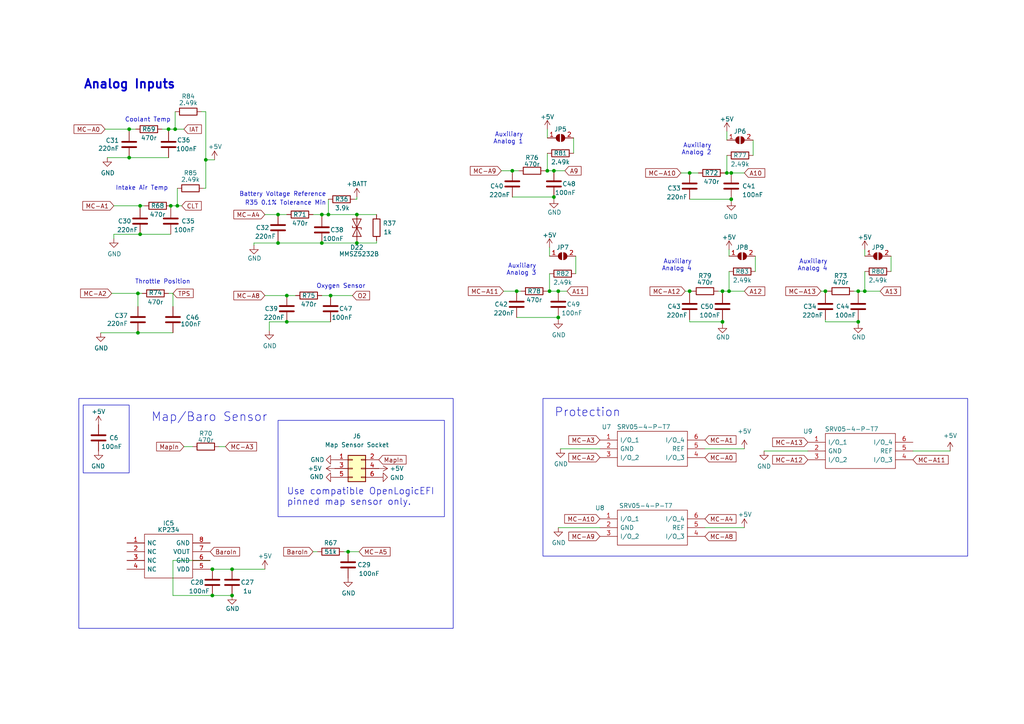
<source format=kicad_sch>
(kicad_sch (version 20250114) (generator "eeschema") (generator_version "9.0")
  (paper "A4")
  (title_block (title "Closed Deck X4") (date "2025-05-18") (rev "3") (company "OpenLogicEFI") (comment 1 "openlogicefi.com"))
  (lib_symbols
    (symbol "Connector_Generic:Conn_02x03_Odd_Even" (pin_names (offset 1.016) (hide yes))
      (property "Reference" "J" (at 1.27 5.08 0))
      (property "Value" "Conn_02x03_Odd_Even" (at 1.27 -5.08 0))
      (symbol "Conn_02x03_Odd_Even_1_1"
        (rectangle (start -1.27 3.81) (end 3.81 -3.81) (stroke (width 0.254)) (fill (type background)))
        (rectangle (start -1.27 2.667) (end 0 2.413) (stroke (width 0.1524)))
        (rectangle (start -1.27 0.127) (end 0 -0.127) (stroke (width 0.1524)))
        (rectangle (start -1.27 -2.413) (end 0 -2.667) (stroke (width 0.1524)))
        (rectangle (start 3.81 2.667) (end 2.54 2.413) (stroke (width 0.1524)))
        (rectangle (start 3.81 0.127) (end 2.54 -0.127) (stroke (width 0.1524)))
        (rectangle (start 3.81 -2.413) (end 2.54 -2.667) (stroke (width 0.1524)))
        (pin passive line (at -5.08 2.54 0) (length 3.81) (name "Pin_1") (number "1"))
        (pin passive line (at -5.08 0 0) (length 3.81) (name "Pin_3") (number "3"))
        (pin passive line (at -5.08 -2.54 0) (length 3.81) (name "Pin_5") (number "5"))
        (pin passive line (at 7.62 2.54 180) (length 3.81) (name "Pin_2") (number "2"))
        (pin passive line (at 7.62 0 180) (length 3.81) (name "Pin_4") (number "4"))
        (pin passive line (at 7.62 -2.54 180) (length 3.81) (name "Pin_6") (number "6"))
      )
    )
    (symbol "Detonation:KP234" (pin_names (offset 0.762))
      (property "Reference" "IC4" (at 12.065 -13.97 0))
      (property "Value" "KP234" (at 12.065 -11.43 0))
      (symbol "KP234_0_0"
        (pin passive line (at 0 0 0) (length 5.08) (name "NC") (number "1"))
        (pin passive line (at 0 -2.54 0) (length 5.08) (name "NC") (number "2"))
        (pin passive line (at 0 -5.08 0) (length 5.08) (name "NC") (number "3"))
        (pin passive line (at 0 -7.62 0) (length 5.08) (name "NC") (number "4"))
        (pin passive line (at 24.13 0 180) (length 5.08) (name "GND") (number "8"))
        (pin passive line (at 24.13 -2.54 180) (length 5.08) (name "VOUT") (number "7"))
        (pin passive line (at 24.13 -5.08 180) (length 5.08) (name "GND") (number "6"))
        (pin passive line (at 24.13 -7.62 180) (length 5.08) (name "VDD") (number "5"))
      )
      (symbol "KP234_0_1"
        (polyline (pts (xy 5.08 2.54) (xy 19.05 2.54) (xy 19.05 -10.16) (xy 5.08 -10.16) (xy 5.08 2.54)) (stroke (width 0.1524)))
      )
    )
    (symbol "Device:C" (pin_numbers (hide yes)) (pin_names (offset 0.254))
      (property "Reference" "C" (at 0.635 2.54 0))
      (property "Value" "C" (at 0.635 -2.54 0))
      (symbol "C_0_1"
        (polyline (pts (xy -2.032 0.762) (xy 2.032 0.762)) (stroke (width 0.508)))
        (polyline (pts (xy -2.032 -0.762) (xy 2.032 -0.762)) (stroke (width 0.508)))
      )
      (symbol "C_1_1"
        (pin passive line (at 0 3.81 270) (length 2.794) (name "~") (number "1"))
        (pin passive line (at 0 -3.81 90) (length 2.794) (name "~") (number "2"))
      )
    )
    (symbol "Device:R" (pin_numbers (hide yes)) (pin_names (offset 0))
      (property "Reference" "R" (at 2.032 0 90))
      (property "Value" "R" (at 0 0 90))
      (symbol "R_0_1"
        (rectangle (start -1.016 -2.54) (end 1.016 2.54) (stroke (width 0.254)))
      )
      (symbol "R_1_1"
        (pin passive line (at 0 3.81 270) (length 1.27) (name "~") (number "1"))
        (pin passive line (at 0 -3.81 90) (length 1.27) (name "~") (number "2"))
      )
    )
    (symbol "Diode:SMAJ6.5CA" (pin_numbers (hide yes)) (pin_names (offset 1.016) (hide yes))
      (property "Reference" "D" (at 0 2.54 0))
      (property "Value" "SMAJ6.5CA" (at 0 -2.54 0))
      (symbol "SMAJ6.5CA_0_1"
        (polyline (pts (xy -2.54 -1.27) (xy 0 0) (xy -2.54 1.27) (xy -2.54 -1.27)) (stroke (width 0.2032)))
        (polyline (pts (xy 0.508 1.27) (xy 0 1.27) (xy 0 -1.27) (xy -0.508 -1.27)) (stroke (width 0.2032)))
        (polyline (pts (xy 1.27 0) (xy -1.27 0)))
        (polyline (pts (xy 2.54 1.27) (xy 2.54 -1.27) (xy 0 0) (xy 2.54 1.27)) (stroke (width 0.2032)))
      )
      (symbol "SMAJ6.5CA_1_1"
        (pin passive line (at -3.81 0 0) (length 2.54) (name "A1") (number "1"))
        (pin passive line (at 3.81 0 180) (length 2.54) (name "A2") (number "2"))
      )
    )
    (symbol "Jumper:SolderJumper_2_Open" (pin_names (offset 0) (hide yes))
      (property "Reference" "JP" (at 0 2.032 0))
      (property "Value" "SolderJumper_2_Open" (at 0 -2.54 0))
      (symbol "SolderJumper_2_Open_0_1"
        (polyline (pts (xy -0.254 1.016) (xy -0.254 -1.016)))
        (arc (start -0.254 -1.016) (mid -1.2656 0) (end -0.254 1.016))
        (arc (start -0.254 -1.016) (mid -1.2656 0) (end -0.254 1.016) (fill (type outline)))
        (arc (start 0.254 1.016) (mid 1.2656 0) (end 0.254 -1.016))
        (arc (start 0.254 1.016) (mid 1.2656 0) (end 0.254 -1.016) (fill (type outline)))
        (polyline (pts (xy 0.254 1.016) (xy 0.254 -1.016)))
      )
      (symbol "SolderJumper_2_Open_1_1"
        (pin passive line (at -3.81 0 0) (length 2.54) (name "A") (number "1"))
        (pin passive line (at 3.81 0 180) (length 2.54) (name "B") (number "2"))
      )
    )
    (symbol "Pre_Ignition-rescue:SRV05-4-P-T7-SRV05-4-P-T7-Pre_Ignition-rescue-Pre_Ignition-rescue-Pre_Ignition-rescue" (pin_names (offset 0.762))
      (property "Reference" "IC" (at 26.67 7.62 0))
      (property "Value" "SRV05-4-P-T7-SRV05-4-P-T7-Pre_Ignition-rescue-Pre_Ignition-rescue-Pre_Ignition-rescue" (at 26.67 5.08 0))
      (symbol "SRV05-4-P-T7-SRV05-4-P-T7-Pre_Ignition-rescue-Pre_Ignition-rescue-Pre_Ignition-rescue_0_0"
        (pin passive line (at 0 0 0) (length 5.08) (name "I/O_1") (number "1"))
        (pin passive line (at 0 -2.54 0) (length 5.08) (name "GND") (number "2"))
        (pin passive line (at 0 -5.08 0) (length 5.08) (name "I/O_2") (number "3"))
        (pin passive line (at 30.48 0 180) (length 5.08) (name "I/O_4") (number "6"))
        (pin passive line (at 30.48 -2.54 180) (length 5.08) (name "REF") (number "5"))
        (pin passive line (at 30.48 -5.08 180) (length 5.08) (name "I/O_3") (number "4"))
      )
      (symbol "SRV05-4-P-T7-SRV05-4-P-T7-Pre_Ignition-rescue-Pre_Ignition-rescue-Pre_Ignition-rescue_0_1"
        (polyline (pts (xy 5.08 2.54) (xy 25.4 2.54) (xy 25.4 -7.62) (xy 5.08 -7.62) (xy 5.08 2.54)) (stroke (width 0.1524)))
      )
    )
    (symbol "power:+5V" (power) (pin_names (offset 0))
      (property "Value" "+5V" (at 0 3.556 0))
      (symbol "+5V_0_1"
        (polyline (pts (xy -0.762 1.27) (xy 0 2.54)))
        (polyline (pts (xy 0 2.54) (xy 0.762 1.27)))
        (polyline (pts (xy 0 0) (xy 0 2.54)))
      )
      (symbol "+5V_1_1"
        (pin power_in line (at 0 0 90) (length 0) (hide yes) (name "+5V") (number "1"))
      )
    )
    (symbol "power:+BATT" (power) (pin_names (offset 0))
      (property "Value" "+BATT" (at 0 3.556 0))
      (symbol "+BATT_0_1"
        (polyline (pts (xy -0.762 1.27) (xy 0 2.54)))
        (polyline (pts (xy 0 2.54) (xy 0.762 1.27)))
        (polyline (pts (xy 0 0) (xy 0 2.54)))
      )
      (symbol "+BATT_1_1"
        (pin power_in line (at 0 0 90) (length 0) (hide yes) (name "+BATT") (number "1"))
      )
    )
    (symbol "power:GND" (power) (pin_names (offset 0))
      (property "Value" "GND" (at 0 -3.81 0))
      (symbol "GND_0_1"
        (polyline (pts (xy 0 0) (xy 0 -1.27) (xy 1.27 -1.27) (xy 0 -2.54) (xy -1.27 -1.27) (xy 0 -1.27)))
      )
      (symbol "GND_1_1"
        (pin power_in line (at 0 0 270) (length 0) (hide yes) (name "GND") (number "1"))
      )
    )
  )
  (rectangle (start 22.86 115.57) (end 131.445 182.245))
  (rectangle (start 80.645 121.92) (end 128.905 149.86))
  (rectangle (start 157.48 115.57) (end 280.67 161.29))
  (rectangle (start 24.13 117.475) (end 37.465 137.16))
  (text "Analog Inputs" (at 24.13 26.035 0) (effects (font (size 2.54 2.54) (thickness 0.508) (bold yes)) (justify left bottom)))
  (text "Throttle Position" (at 55.245 82.55 0) (effects (font (size 1.27 1.27)) (justify right bottom)))
  (text "Auxiliary\nAnalog 2" (at 206.375 45.085 0) (effects (font (size 1.27 1.27)) (justify right bottom)))
  (text "Auxiliary\nAnalog 4" (at 200.66 78.74 0) (effects (font (size 1.27 1.27)) (justify right bottom)))
  (text "Auxiliary\nAnalog 1" (at 151.765 41.91 0) (effects (font (size 1.27 1.27)) (justify right bottom)))
  (text "R35 0.1% Tolerance Min" (at 94.615 59.69 0) (effects (font (size 1.27 1.27)) (justify right bottom)))
  (text "Oxygen Sensor" (at 106.045 83.82 0) (effects (font (size 1.27 1.27)) (justify right bottom)))
  (text "Map/Baro Sensor" (at 43.815 122.555 0) (effects (font (size 2.54 2.54)) (justify left bottom)))
  (text "Use compatible OpenLogicEFI \npinned map sensor only." (at 83.185 146.812 0) (effects (font (size 1.905 1.905)) (justify left bottom)))
  (text "Coolant Temp" (at 49.53 35.56 0) (effects (font (size 1.27 1.27)) (justify right bottom)))
  (text "Intake Air Temp" (at 48.768 55.372 0) (effects (font (size 1.27 1.27)) (justify right bottom)))
  (text "Battery Voltage Reference" (at 94.615 57.15 0) (effects (font (size 1.27 1.27)) (justify right bottom)))
  (text "Auxiliary\nAnalog 4" (at 240.03 78.74 0) (effects (font (size 1.27 1.27)) (justify right bottom)))
  (text "Protection" (at 160.782 121.158 0) (effects (font (size 2.4892 2.4892)) (justify left bottom)))
  (text "Auxiliary\nAnalog 3" (at 155.575 80.01 0) (effects (font (size 1.27 1.27)) (justify right bottom)))
  (junction (at 67.31 165.1))
  (junction (at 40.64 59.69))
  (junction (at 48.895 37.465))
  (junction (at 103.505 70.485))
  (junction (at 49.53 59.69))
  (junction (at 210.82 50.165))
  (junction (at 93.345 62.23))
  (junction (at 40.005 85.09))
  (junction (at 149.86 84.455))
  (junction (at 95.25 62.23))
  (junction (at 40.64 67.945))
  (junction (at 37.465 45.72))
  (junction (at 209.55 84.455))
  (junction (at 160.655 49.53))
  (junction (at 211.455 84.455))
  (junction (at 161.925 84.455))
  (junction (at 67.31 172.72))
  (junction (at 80.645 62.23))
  (junction (at 80.645 70.485))
  (junction (at 40.005 96.52))
  (junction (at 161.925 92.075))
  (junction (at 160.655 57.15))
  (junction (at 37.465 37.465))
  (junction (at 103.505 62.23))
  (junction (at 83.185 85.725))
  (junction (at 200.025 50.165))
  (junction (at 248.92 93.345))
  (junction (at 212.09 50.165))
  (junction (at 95.885 85.725))
  (junction (at 209.55 93.345))
  (junction (at 212.09 57.785))
  (junction (at 158.75 49.53))
  (junction (at 61.595 172.72))
  (junction (at 93.345 70.485))
  (junction (at 148.59 49.53))
  (junction (at 239.395 84.455))
  (junction (at 50.8 37.465))
  (junction (at 61.595 165.1))
  (junction (at 83.185 93.345))
  (junction (at 248.92 84.455))
  (junction (at 159.385 84.455))
  (junction (at 250.825 84.455))
  (junction (at 59.69 46.355))
  (junction (at 51.435 59.69))
  (junction (at 100.965 160.02))
  (junction (at 200.025 84.455))
  (wire (pts (xy 59.69 54.61) (xy 59.055 54.61)))
  (wire (pts (xy 59.69 46.355) (xy 59.69 54.61)))
  (wire (pts (xy 49.53 59.69) (xy 49.53 60.325)))
  (wire (pts (xy 209.55 85.09) (xy 209.55 84.455)))
  (wire (pts (xy 41.91 59.69) (xy 40.64 59.69)))
  (wire (pts (xy 37.465 37.465) (xy 30.48 37.465)))
  (wire (pts (xy 40.005 96.52) (xy 29.21 96.52)))
  (wire (pts (xy 50.165 96.52) (xy 40.005 96.52)))
  (wire (pts (xy 33.02 67.945) (xy 40.64 67.945)))
  (wire (pts (xy 166.37 40.005) (xy 166.37 44.45)))
  (wire (pts (xy 40.005 85.09) (xy 40.005 88.9)))
  (wire (pts (xy 65.405 129.54) (xy 63.5 129.54)))
  (wire (pts (xy 158.75 49.53) (xy 158.115 49.53)))
  (wire (pts (xy 53.34 129.54) (xy 55.88 129.54)))
  (wire (pts (xy 211.455 72.39) (xy 211.455 74.295)))
  (wire (pts (xy 212.09 50.165) (xy 210.82 50.165)))
  (wire (pts (xy 149.86 92.075) (xy 161.925 92.075)))
  (wire (pts (xy 40.005 85.09) (xy 32.385 85.09)))
  (wire (pts (xy 248.92 84.455) (xy 247.65 84.455)))
  (wire (pts (xy 250.825 78.74) (xy 250.825 84.455)))
  (wire (pts (xy 210.82 50.165) (xy 210.185 50.165)))
  (wire (pts (xy 163.83 49.53) (xy 160.655 49.53)))
  (wire (pts (xy 93.345 62.865) (xy 93.345 62.23)))
  (wire (pts (xy 31.115 45.72) (xy 37.465 45.72)))
  (wire (pts (xy 37.465 37.465) (xy 37.465 38.1)))
  (wire (pts (xy 103.505 57.785) (xy 102.87 57.785)))
  (wire (pts (xy 211.455 78.74) (xy 211.455 84.455)))
  (wire (pts (xy 93.345 62.23) (xy 90.805 62.23)))
  (wire (pts (xy 161.925 92.075) (xy 161.925 92.71)))
  (wire (pts (xy 103.505 69.85) (xy 103.505 70.485)))
  (wire (pts (xy 200.025 93.345) (xy 200.025 92.71)))
  (wire (pts (xy 221.615 130.81) (xy 234.315 130.81)))
  (wire (pts (xy 61.595 172.72) (xy 67.31 172.72)))
  (wire (pts (xy 159.385 79.375) (xy 159.385 84.455)))
  (wire (pts (xy 50.8 32.385) (xy 50.8 37.465)))
  (wire (pts (xy 158.75 44.45) (xy 158.75 49.53)))
  (wire (pts (xy 200.025 50.165) (xy 202.565 50.165)))
  (wire (pts (xy 51.435 54.61) (xy 51.435 59.69)))
  (wire (pts (xy 209.55 92.71) (xy 209.55 93.345)))
  (wire (pts (xy 239.395 84.455) (xy 238.125 84.455)))
  (wire (pts (xy 52.705 59.69) (xy 51.435 59.69)))
  (wire (pts (xy 40.64 59.69) (xy 33.02 59.69)))
  (wire (pts (xy 248.92 93.345) (xy 239.395 93.345)))
  (wire (pts (xy 50.165 172.72) (xy 61.595 172.72)))
  (wire (pts (xy 158.75 37.465) (xy 158.75 40.005)))
  (wire (pts (xy 148.59 57.15) (xy 160.655 57.15)))
  (wire (pts (xy 200.66 84.455) (xy 200.025 84.455)))
  (wire (pts (xy 146.05 84.455) (xy 149.86 84.455)))
  (wire (pts (xy 61.595 165.1) (xy 67.31 165.1)))
  (wire (pts (xy 100.965 160.02) (xy 104.14 160.02)))
  (wire (pts (xy 145.415 49.53) (xy 148.59 49.53)))
  (wire (pts (xy 250.825 72.39) (xy 250.825 74.295)))
  (wire (pts (xy 83.185 62.23) (xy 80.645 62.23)))
  (wire (pts (xy 85.725 85.725) (xy 83.185 85.725)))
  (wire (pts (xy 103.505 57.785) (xy 103.505 57.15)))
  (wire (pts (xy 160.655 57.15) (xy 160.655 57.785)))
  (wire (pts (xy 159.385 84.455) (xy 158.75 84.455)))
  (wire (pts (xy 212.09 57.785) (xy 212.09 58.42)))
  (wire (pts (xy 209.55 84.455) (xy 208.28 84.455)))
  (wire (pts (xy 90.805 160.02) (xy 92.075 160.02)))
  (wire (pts (xy 162.56 130.175) (xy 173.99 130.175)))
  (wire (pts (xy 73.66 70.485) (xy 73.66 71.12)))
  (wire (pts (xy 50.165 85.09) (xy 48.895 85.09)))
  (wire (pts (xy 250.825 84.455) (xy 255.27 84.455)))
  (wire (pts (xy 93.345 70.485) (xy 103.505 70.485)))
  (wire (pts (xy 239.395 93.345) (xy 239.395 92.71)))
  (wire (pts (xy 59.69 32.385) (xy 59.69 46.355)))
  (wire (pts (xy 60.96 162.56) (xy 50.165 162.56)))
  (wire (pts (xy 248.92 93.345) (xy 248.92 93.98)))
  (wire (pts (xy 200.025 84.455) (xy 198.755 84.455)))
  (wire (pts (xy 48.895 37.465) (xy 46.99 37.465)))
  (wire (pts (xy 164.465 84.455) (xy 161.925 84.455)))
  (wire (pts (xy 173.99 153.035) (xy 161.925 153.035)))
  (wire (pts (xy 80.645 62.23) (xy 76.835 62.23)))
  (wire (pts (xy 73.66 70.485) (xy 80.645 70.485)))
  (wire (pts (xy 210.82 45.085) (xy 210.82 50.165)))
  (wire (pts (xy 40.64 59.69) (xy 40.64 60.325)))
  (wire (pts (xy 200.025 57.785) (xy 212.09 57.785)))
  (wire (pts (xy 99.695 160.02) (xy 100.965 160.02)))
  (wire (pts (xy 102.235 85.725) (xy 95.885 85.725)))
  (wire (pts (xy 62.23 46.355) (xy 59.69 46.355)))
  (wire (pts (xy 211.455 84.455) (xy 215.9 84.455)))
  (wire (pts (xy 197.485 50.165) (xy 200.025 50.165)))
  (wire (pts (xy 103.505 70.485) (xy 109.22 70.485)))
  (wire (pts (xy 51.435 59.69) (xy 49.53 59.69)))
  (wire (pts (xy 215.9 130.175) (xy 204.47 130.175)))
  (wire (pts (xy 248.92 84.455) (xy 250.825 84.455)))
  (wire (pts (xy 204.47 153.035) (xy 215.9 153.035)))
  (wire (pts (xy 149.86 84.455) (xy 151.13 84.455)))
  (wire (pts (xy 161.925 84.455) (xy 159.385 84.455)))
  (wire (pts (xy 240.03 84.455) (xy 239.395 84.455)))
  (wire (pts (xy 239.395 85.09) (xy 239.395 84.455)))
  (wire (pts (xy 109.22 69.85) (xy 109.22 70.485)))
  (wire (pts (xy 49.53 67.945) (xy 40.64 67.945)))
  (wire (pts (xy 275.59 130.81) (xy 264.795 130.81)))
  (wire (pts (xy 200.025 85.09) (xy 200.025 84.455)))
  (wire (pts (xy 167.005 74.295) (xy 167.005 79.375)))
  (wire (pts (xy 209.55 93.345) (xy 209.55 93.98)))
  (wire (pts (xy 95.885 93.345) (xy 83.185 93.345)))
  (wire (pts (xy 83.185 93.345) (xy 78.105 93.345)))
  (wire (pts (xy 209.55 84.455) (xy 211.455 84.455)))
  (wire (pts (xy 60.96 165.1) (xy 61.595 165.1)))
  (wire (pts (xy 215.9 50.165) (xy 212.09 50.165)))
  (wire (pts (xy 210.82 38.1) (xy 210.82 40.64)))
  (wire (pts (xy 248.92 85.09) (xy 248.92 84.455)))
  (wire (pts (xy 41.275 85.09) (xy 40.005 85.09)))
  (wire (pts (xy 83.185 85.725) (xy 76.835 85.725)))
  (wire (pts (xy 159.385 71.755) (xy 159.385 74.295)))
  (wire (pts (xy 258.445 74.295) (xy 258.445 78.74)))
  (wire (pts (xy 93.345 62.23) (xy 95.25 62.23)))
  (wire (pts (xy 50.165 162.56) (xy 50.165 172.72)))
  (wire (pts (xy 39.37 37.465) (xy 37.465 37.465)))
  (wire (pts (xy 59.69 32.385) (xy 58.42 32.385)))
  (wire (pts (xy 95.885 85.725) (xy 93.345 85.725)))
  (wire (pts (xy 93.345 70.485) (xy 80.645 70.485)))
  (wire (pts (xy 218.44 40.64) (xy 218.44 45.085)))
  (wire (pts (xy 48.895 45.72) (xy 37.465 45.72)))
  (wire (pts (xy 67.31 165.1) (xy 76.835 165.1)))
  (wire (pts (xy 80.645 69.85) (xy 80.645 70.485)))
  (wire (pts (xy 103.505 62.23) (xy 109.22 62.23)))
  (wire (pts (xy 53.34 37.465) (xy 50.8 37.465)))
  (wire (pts (xy 50.8 37.465) (xy 48.895 37.465)))
  (wire (pts (xy 248.92 92.71) (xy 248.92 93.345)))
  (wire (pts (xy 48.895 37.465) (xy 48.895 38.1)))
  (wire (pts (xy 95.25 57.785) (xy 95.25 62.23)))
  (wire (pts (xy 209.55 93.345) (xy 200.025 93.345)))
  (wire (pts (xy 33.02 67.945) (xy 33.02 69.215)))
  (wire (pts (xy 95.25 62.23) (xy 103.505 62.23)))
  (wire (pts (xy 148.59 49.53) (xy 150.495 49.53)))
  (wire (pts (xy 50.165 85.09) (xy 50.165 88.9)))
  (wire (pts (xy 160.655 49.53) (xy 158.75 49.53)))
  (wire (pts (xy 219.075 74.295) (xy 219.075 78.74)))
  (wire (pts (xy 78.105 93.345) (xy 78.105 95.885)))
  (global_label "MapIn" (shape input) (at 53.34 129.54 180) (property "Intersheetrefs" "${INTERSHEET_REFS}" (effects (hide yes))))
  (global_label "A11" (shape input) (at 164.465 84.455 0) (property "Intersheetrefs" "${INTERSHEET_REFS}" (effects (hide yes))))
  (global_label "A12" (shape input) (at 215.9 84.455 0) (property "Intersheetrefs" "${INTERSHEET_REFS}" (effects (hide yes))))
  (global_label "MC-A3" (shape input) (at 173.99 127.635 180) (property "Intersheetrefs" "${INTERSHEET_REFS}" (effects (hide yes))))
  (global_label "BaroIn" (shape input) (at 90.805 160.02 180) (property "Intersheetrefs" "${INTERSHEET_REFS}" (effects (hide yes))))
  (global_label "MC-A12" (shape input) (at 234.315 133.35 180) (property "Intersheetrefs" "${INTERSHEET_REFS}" (effects (hide yes))))
  (global_label "MC-A2" (shape input) (at 173.99 132.715 180) (property "Intersheetrefs" "${INTERSHEET_REFS}" (effects (hide yes))))
  (global_label "MC-A4" (shape input) (at 76.835 62.23 180) (property "Intersheetrefs" "${INTERSHEET_REFS}" (effects (hide yes))))
  (global_label "MC-A13" (shape input) (at 238.125 84.455 180) (property "Intersheetrefs" "${INTERSHEET_REFS}" (effects (hide yes))))
  (global_label "MC-A10" (shape input) (at 173.99 150.495 180) (property "Intersheetrefs" "${INTERSHEET_REFS}" (effects (hide yes))))
  (global_label "MC-A4" (shape input) (at 204.47 150.495 0) (property "Intersheetrefs" "${INTERSHEET_REFS}" (effects (hide yes))))
  (global_label "MC-A3" (shape input) (at 65.405 129.54 0) (property "Intersheetrefs" "${INTERSHEET_REFS}" (effects (hide yes))))
  (global_label "TPS" (shape input) (at 50.165 85.09 0) (property "Intersheetrefs" "${INTERSHEET_REFS}" (effects (hide yes))))
  (global_label "MC-A0" (shape input) (at 204.47 132.715 0) (property "Intersheetrefs" "${INTERSHEET_REFS}" (effects (hide yes))))
  (global_label "MC-A0" (shape input) (at 30.48 37.465 180) (property "Intersheetrefs" "${INTERSHEET_REFS}" (effects (hide yes))))
  (global_label "MapIn" (shape input) (at 109.855 133.35 0) (property "Intersheetrefs" "${INTERSHEET_REFS}" (effects (hide yes))))
  (global_label "MC-A2" (shape input) (at 32.385 85.09 180) (property "Intersheetrefs" "${INTERSHEET_REFS}" (effects (hide yes))))
  (global_label "A13" (shape input) (at 255.27 84.455 0) (property "Intersheetrefs" "${INTERSHEET_REFS}" (effects (hide yes))))
  (global_label "MC-A13" (shape input) (at 234.315 128.27 180) (property "Intersheetrefs" "${INTERSHEET_REFS}" (effects (hide yes))))
  (global_label "CLT" (shape input) (at 52.705 59.69 0) (property "Intersheetrefs" "${INTERSHEET_REFS}" (effects (hide yes))))
  (global_label "MC-A8" (shape input) (at 204.47 155.575 0) (property "Intersheetrefs" "${INTERSHEET_REFS}" (effects (hide yes))))
  (global_label "MC-A11" (shape input) (at 146.05 84.455 180) (property "Intersheetrefs" "${INTERSHEET_REFS}" (effects (hide yes))))
  (global_label "O2" (shape input) (at 102.235 85.725 0) (property "Intersheetrefs" "${INTERSHEET_REFS}" (effects (hide yes))))
  (global_label "MC-A5" (shape input) (at 104.14 160.02 0) (property "Intersheetrefs" "${INTERSHEET_REFS}" (effects (hide yes))))
  (global_label "MC-A12" (shape input) (at 198.755 84.455 180) (property "Intersheetrefs" "${INTERSHEET_REFS}" (effects (hide yes))))
  (global_label "BaroIn" (shape input) (at 60.96 160.02 0) (property "Intersheetrefs" "${INTERSHEET_REFS}" (effects (hide yes))))
  (global_label "MC-A8" (shape input) (at 76.835 85.725 180) (property "Intersheetrefs" "${INTERSHEET_REFS}" (effects (hide yes))))
  (global_label "A10" (shape input) (at 215.9 50.165 0) (property "Intersheetrefs" "${INTERSHEET_REFS}" (effects (hide yes))))
  (global_label "MC-A9" (shape input) (at 145.415 49.53 180) (property "Intersheetrefs" "${INTERSHEET_REFS}" (effects (hide yes))))
  (global_label "MC-A1" (shape input) (at 33.02 59.69 180) (property "Intersheetrefs" "${INTERSHEET_REFS}" (effects (hide yes))))
  (global_label "MC-A9" (shape input) (at 173.99 155.575 180) (property "Intersheetrefs" "${INTERSHEET_REFS}" (effects (hide yes))))
  (global_label "MC-A11" (shape input) (at 264.795 133.35 0) (property "Intersheetrefs" "${INTERSHEET_REFS}" (effects (hide yes))))
  (global_label "MC-A1" (shape input) (at 204.47 127.635 0) (property "Intersheetrefs" "${INTERSHEET_REFS}" (effects (hide yes))))
  (global_label "A9" (shape input) (at 163.83 49.53 0) (property "Intersheetrefs" "${INTERSHEET_REFS}" (effects (hide yes))))
  (global_label "IAT" (shape input) (at 53.34 37.465 0) (property "Intersheetrefs" "${INTERSHEET_REFS}" (effects (hide yes))))
  (global_label "MC-A10" (shape input) (at 197.485 50.165 180) (property "Intersheetrefs" "${INTERSHEET_REFS}" (effects (hide yes))))
  (symbol (lib_id "Device:R") (at 45.085 85.09 90) (mirror x) (unit 1)
    (property "Reference" "R74" (at 45.085 84.9122 90))
    (property "Value" "470r" (at 45.085 87.63 90))
    (property "Footprint" "Resistor_SMD:R_0402_1005Metric" (effects (hide yes)))
    (property "Description" "Resistor" (effects (hide yes)))
    (property "LCSC" "C25117" (effects (hide yes)))
    (property "Manufacture Part Number" "0402WGF4700TCE" (effects (hide yes)))
  )
  (symbol (lib_id "Device:C") (at 50.165 92.71 0) (mirror y) (unit 1)
    (property "Reference" "C46" (at 57.785 92.075 0) (effects (justify left)))
    (property "Value" "100nF" (at 58.42 93.98 0) (effects (justify left)))
    (property "Footprint" "Capacitor_SMD:C_0402_1005Metric" (effects (hide yes)))
    (property "Description" "Unpolarized capacitor" (effects (hide yes)))
    (property "LCSC" "C307331" (effects (hide yes)))
  )
  (symbol (lib_id "Device:C") (at 40.005 92.71 0) (mirror y) (unit 1)
    (property "Reference" "C37" (at 37.084 91.5416 0) (effects (justify left)))
    (property "Value" "220nF" (at 37.084 93.853 0) (effects (justify left)))
    (property "Footprint" "Capacitor_SMD:C_0402_1005Metric" (effects (hide yes)))
    (property "Description" "Unpolarized capacitor" (effects (hide yes)))
    (property "LCSC" "C16772" (effects (hide yes)))
  )
  (symbol (lib_id "power:GND") (at 29.21 96.52 0) (mirror y) (unit 1)
    (property "Reference" "#PWR0108" (effects (hide yes)))
    (property "Value" "GND" (at 27.305 100.965 0) (effects (justify right)))
  )
  (symbol (lib_id "Device:R") (at 89.535 85.725 90) (mirror x) (unit 1)
    (property "Reference" "R75" (at 89.535 85.725 90))
    (property "Value" "470r" (at 89.535 88.265 90))
    (property "Footprint" "Resistor_SMD:R_0402_1005Metric" (effects (hide yes)))
    (property "Description" "Resistor" (effects (hide yes)))
    (property "LCSC" "C25117" (effects (hide yes)))
    (property "Manufacture Part Number" "0402WGF4700TCE" (effects (hide yes)))
  )
  (symbol (lib_id "Device:C") (at 95.885 89.535 0) (mirror y) (unit 1)
    (property "Reference" "C47" (at 102.235 89.535 0) (effects (justify left)))
    (property "Value" "100nF" (at 102.235 92.075 0) (effects (justify left)))
    (property "Footprint" "Capacitor_SMD:C_0402_1005Metric" (effects (hide yes)))
    (property "Description" "Unpolarized capacitor" (effects (hide yes)))
    (property "LCSC" "C307331" (effects (hide yes)))
  )
  (symbol (lib_id "Device:C") (at 83.185 89.535 0) (mirror y) (unit 1)
    (property "Reference" "C39" (at 80.645 89.535 0) (effects (justify left)))
    (property "Value" "220nF" (at 82.55 92.075 0) (effects (justify left)))
    (property "Footprint" "Capacitor_SMD:C_0402_1005Metric" (effects (hide yes)))
    (property "Description" "Unpolarized capacitor" (effects (hide yes)))
    (property "LCSC" "C16772" (effects (hide yes)))
  )
  (symbol (lib_id "power:GND") (at 78.105 95.885 0) (mirror y) (unit 1)
    (property "Reference" "#PWR0109" (effects (hide yes)))
    (property "Value" "GND" (at 76.2 100.33 0) (effects (justify right)))
  )
  (symbol (lib_id "Device:R") (at 43.18 37.465 90) (mirror x) (unit 1)
    (property "Reference" "R69" (at 43.18 37.465 90))
    (property "Value" "470r" (at 43.18 40.005 90))
    (property "Footprint" "Resistor_SMD:R_0402_1005Metric" (effects (hide yes)))
    (property "Description" "Resistor" (effects (hide yes)))
    (property "LCSC" "C25117" (effects (hide yes)))
    (property "Manufacture Part Number" "0402WGF4700TCE" (effects (hide yes)))
  )
  (symbol (lib_id "Device:C") (at 48.895 41.91 0) (mirror y) (unit 1)
    (property "Reference" "C36" (at 55.245 40.64 0) (effects (justify left)))
    (property "Value" "100nF" (at 57.15 43.18 0) (effects (justify left)))
    (property "Footprint" "Capacitor_SMD:C_0402_1005Metric" (effects (hide yes)))
    (property "Description" "Unpolarized capacitor" (effects (hide yes)))
    (property "LCSC" "C307331" (effects (hide yes)))
  )
  (symbol (lib_id "Device:C") (at 37.465 41.91 0) (mirror y) (unit 1)
    (property "Reference" "C31" (at 34.544 40.7416 0) (effects (justify left)))
    (property "Value" "220nF" (at 34.544 43.053 0) (effects (justify left)))
    (property "Footprint" "Capacitor_SMD:C_0402_1005Metric" (effects (hide yes)))
    (property "Description" "Unpolarized capacitor" (effects (hide yes)))
    (property "LCSC" "C16772" (effects (hide yes)))
  )
  (symbol (lib_id "power:GND") (at 31.115 45.72 0) (mirror y) (unit 1)
    (property "Reference" "#PWR0102" (effects (hide yes)))
    (property "Value" "GND" (at 29.21 50.165 0) (effects (justify right)))
  )
  (symbol (lib_id "Device:R") (at 45.72 59.69 90) (mirror x) (unit 1)
    (property "Reference" "R68" (at 45.72 59.69 90))
    (property "Value" "470r" (at 45.72 62.23 90))
    (property "Footprint" "Resistor_SMD:R_0402_1005Metric" (effects (hide yes)))
    (property "Description" "Resistor" (effects (hide yes)))
    (property "LCSC" "C25117" (effects (hide yes)))
    (property "Manufacture Part Number" "0402WGF4700TCE" (effects (hide yes)))
  )
  (symbol (lib_id "Device:C") (at 49.53 64.135 0) (mirror y) (unit 1)
    (property "Reference" "C35" (at 56.515 64.135 0) (effects (justify left)))
    (property "Value" "100nF" (at 56.515 66.675 0) (effects (justify left)))
    (property "Footprint" "Capacitor_SMD:C_0402_1005Metric" (effects (hide yes)))
    (property "Description" "Unpolarized capacitor" (effects (hide yes)))
    (property "LCSC" "C307331" (effects (hide yes)))
  )
  (symbol (lib_id "Device:C") (at 40.64 64.135 0) (mirror y) (unit 1)
    (property "Reference" "C30" (at 38.1 64.135 0) (effects (justify left)))
    (property "Value" "220nF" (at 40.005 66.675 0) (effects (justify left)))
    (property "Footprint" "Capacitor_SMD:C_0402_1005Metric" (effects (hide yes)))
    (property "Description" "Unpolarized capacitor" (effects (hide yes)))
    (property "LCSC" "C16772" (effects (hide yes)))
  )
  (symbol (lib_id "power:GND") (at 33.02 69.215 0) (mirror y) (unit 1)
    (property "Reference" "#PWR0101" (effects (hide yes)))
    (property "Value" "GND" (at 31.115 73.66 0) (effects (justify right)))
  )
  (symbol (lib_id "Device:R") (at 154.305 49.53 90) (mirror x) (unit 1)
    (property "Reference" "R76" (at 154.305 45.72 90))
    (property "Value" "470r" (at 154.305 47.625 90))
    (property "Footprint" "Resistor_SMD:R_0402_1005Metric" (effects (hide yes)))
    (property "Description" "Resistor" (effects (hide yes)))
    (property "LCSC" "C25117" (effects (hide yes)))
    (property "Manufacture Part Number" "0402WGF4700TCE" (effects (hide yes)))
  )
  (symbol (lib_id "Device:C") (at 160.655 53.34 0) (mirror y) (unit 1)
    (property "Reference" "C48" (at 167.005 53.34 0) (effects (justify left)))
    (property "Value" "100nF" (at 167.005 55.88 0) (effects (justify left)))
    (property "Footprint" "Capacitor_SMD:C_0402_1005Metric" (effects (hide yes)))
    (property "Description" "Unpolarized capacitor" (effects (hide yes)))
    (property "LCSC" "C307331" (effects (hide yes)))
  )
  (symbol (lib_id "power:GND") (at 160.655 57.785 0) (mirror y) (unit 1)
    (property "Reference" "#PWR093" (effects (hide yes)))
    (property "Value" "GND" (at 158.75 61.595 0) (effects (justify right)))
  )
  (symbol (lib_id "Device:R") (at 206.375 50.165 90) (mirror x) (unit 1)
    (property "Reference" "R72" (at 206.375 50.165 90))
    (property "Value" "470r" (at 206.375 52.705 90))
    (property "Footprint" "Resistor_SMD:R_0402_1005Metric" (effects (hide yes)))
    (property "Description" "Resistor" (effects (hide yes)))
    (property "LCSC" "C25117" (effects (hide yes)))
    (property "Manufacture Part Number" "0402WGF4700TCE" (effects (hide yes)))
  )
  (symbol (lib_id "Device:C") (at 212.09 53.975 0) (unit 1)
    (property "Reference" "C41" (at 215.265 53.975 0) (effects (justify left)))
    (property "Value" "100nF" (at 215.265 56.515 0) (effects (justify left)))
    (property "Footprint" "Capacitor_SMD:C_0402_1005Metric" (effects (hide yes)))
    (property "Description" "Unpolarized capacitor" (effects (hide yes)))
    (property "LCSC" "C307331" (effects (hide yes)))
  )
  (symbol (lib_id "power:GND") (at 212.09 58.42 0) (unit 1)
    (property "Reference" "#PWR092" (effects (hide yes)))
    (property "Value" "GND" (at 213.995 62.865 0) (effects (justify right)))
  )
  (symbol (lib_id "power:GND") (at 73.66 71.12 0) (mirror y) (unit 1)
    (property "Reference" "#PWR077" (effects (hide yes)))
    (property "Value" "GND" (at 71.755 74.93 0) (effects (justify right)))
  )
  (symbol (lib_id "Device:C") (at 80.645 66.04 0) (mirror y) (unit 1)
    (property "Reference" "C32" (at 78.105 66.04 0) (effects (justify left)))
    (property "Value" "220nF" (at 80.01 68.58 0) (effects (justify left)))
    (property "Footprint" "Capacitor_SMD:C_0402_1005Metric" (effects (hide yes)))
    (property "Description" "Unpolarized capacitor" (effects (hide yes)))
    (property "LCSC" "C16772" (effects (hide yes)))
  )
  (symbol (lib_id "Device:C") (at 93.345 66.675 0) (mirror y) (unit 1)
    (property "Reference" "C38" (at 99.695 66.675 0) (effects (justify left)))
    (property "Value" "100nF" (at 99.695 69.215 0) (effects (justify left)))
    (property "Footprint" "Capacitor_SMD:C_0402_1005Metric" (effects (hide yes)))
    (property "Description" "Unpolarized capacitor" (effects (hide yes)))
    (property "LCSC" "C307331" (effects (hide yes)))
  )
  (symbol (lib_id "Device:R") (at 86.995 62.23 90) (mirror x) (unit 1)
    (property "Reference" "R71" (at 86.995 62.23 90))
    (property "Value" "470r" (at 86.995 64.77 90))
    (property "Footprint" "Resistor_SMD:R_0402_1005Metric" (effects (hide yes)))
    (property "Description" "Resistor" (effects (hide yes)))
    (property "LCSC" "C25117" (effects (hide yes)))
    (property "Manufacture Part Number" "0402WGF4700TCE" (effects (hide yes)))
  )
  (symbol (lib_id "Device:R") (at 99.06 57.785 90) (mirror x) (unit 1)
    (property "Reference" "R36" (at 97.155 57.785 90) (effects (justify right)))
    (property "Value" "3.9k" (at 97.155 60.325 90) (effects (justify right)))
    (property "Footprint" "Resistor_SMD:R_0603_1608Metric" (effects (hide yes)))
    (property "Description" "Resistor" (effects (hide yes)))
    (property "LCSC" "C23018" (effects (hide yes)))
    (property "Manufacture Part Number" "0603WAF3901T5E" (effects (hide yes)))
  )
  (symbol (lib_id "Device:R") (at 109.22 66.04 0) (mirror x) (unit 1)
    (property "Reference" "R37" (at 114.935 64.77 0) (effects (justify right)))
    (property "Value" "1k" (at 113.665 67.31 0) (effects (justify right)))
    (property "Footprint" "Resistor_SMD:R_0402_1005Metric" (effects (hide yes)))
    (property "Description" "Resistor" (effects (hide yes)))
    (property "LCSC" "C11702" (effects (hide yes)))
    (property "Manufacture Part Number" "0402WGF1001TCE" (effects (hide yes)))
  )
  (symbol (lib_id "power:+BATT") (at 103.505 57.15 0) (mirror y) (unit 1)
    (property "Reference" "#PWR074" (effects (hide yes)))
    (property "Value" "+BATT" (at 103.505 53.34 0))
  )
  (symbol (lib_id "Pre_Ignition-rescue:SRV05-4-P-T7-SRV05-4-P-T7-Pre_Ignition-rescue-Pre_Ignition-rescue-Pre_Ignition-rescue") (at 173.99 127.635 0) (unit 1)
    (property "Reference" "U7" (at 175.895 123.825 0))
    (property "Value" "SRV05-4-P-T7" (at 186.69 123.825 0))
    (property "Footprint" "Package_TO_SOT_SMD:SOT-23-6" (effects (hide yes)))
    (property "LCSC" "C85364" (effects (hide yes)))
  )
  (symbol (lib_id "Pre_Ignition-rescue:SRV05-4-P-T7-SRV05-4-P-T7-Pre_Ignition-rescue-Pre_Ignition-rescue-Pre_Ignition-rescue") (at 173.99 150.495 0) (unit 1)
    (property "Reference" "U8" (at 173.99 147.32 0))
    (property "Value" "SRV05-4-P-T7" (at 187.325 146.685 0))
    (property "Footprint" "Package_TO_SOT_SMD:SOT-23-6" (effects (hide yes)))
    (property "LCSC" "C85364" (effects (hide yes)))
  )
  (symbol (lib_id "power:GND") (at 162.56 130.175 0) (unit 1)
    (property "Reference" "#PWR096" (effects (hide yes)))
    (property "Value" "GND" (at 162.687 134.5692 0))
  )
  (symbol (lib_id "power:GND") (at 161.925 153.035 0) (unit 1)
    (property "Reference" "#PWR097" (effects (hide yes)))
    (property "Value" "GND" (at 162.052 157.4292 0))
  )
  (symbol (lib_id "Device:C") (at 148.59 53.34 0) (mirror y) (unit 1)
    (property "Reference" "C40" (at 146.05 53.975 0) (effects (justify left)))
    (property "Value" "220nF" (at 147.955 56.515 0) (effects (justify left)))
    (property "Footprint" "Capacitor_SMD:C_0402_1005Metric" (effects (hide yes)))
    (property "Description" "Unpolarized capacitor" (effects (hide yes)))
    (property "LCSC" "C16772" (effects (hide yes)))
  )
  (symbol (lib_id "power:GND") (at 97.155 138.43 270) (mirror x) (unit 1)
    (property "Reference" "#PWR019" (effects (hide yes)))
    (property "Value" "GND" (at 93.9038 138.303 90) (effects (justify right)))
  )
  (symbol (lib_id "Device:R") (at 254.635 78.74 270) (mirror x) (unit 1)
    (property "Reference" "R80" (at 254.635 78.74 90))
    (property "Value" "2.49k" (at 254.635 81.28 90))
    (property "Footprint" "Resistor_SMD:R_0402_1005Metric" (effects (hide yes)))
    (property "Description" "Resistor" (effects (hide yes)))
    (property "LCSC" "C145071" (effects (hide yes)))
    (property "Manufacture Part Number" "RC0402FR-072K49L" (effects (hide yes)))
  )
  (symbol (lib_id "power:+5V") (at 215.9 153.035 0) (unit 1)
    (property "Reference" "#PWR0100" (effects (hide yes)))
    (property "Value" "+5V" (at 213.995 149.225 0) (effects (justify left)))
  )
  (symbol (lib_id "Device:R") (at 204.47 84.455 90) (mirror x) (unit 1)
    (property "Reference" "R79" (at 204.47 80.01 90))
    (property "Value" "470r" (at 204.47 81.915 90))
    (property "Footprint" "Resistor_SMD:R_0402_1005Metric" (effects (hide yes)))
    (property "Description" "Resistor" (effects (hide yes)))
    (property "LCSC" "C25117" (effects (hide yes)))
    (property "Manufacture Part Number" "0402WGF4700TCE" (effects (hide yes)))
  )
  (symbol (lib_id "Device:R") (at 243.84 84.455 90) (mirror x) (unit 1)
    (property "Reference" "R73" (at 243.84 80.01 90))
    (property "Value" "470r" (at 243.84 81.915 90))
    (property "Footprint" "Resistor_SMD:R_0402_1005Metric" (effects (hide yes)))
    (property "Description" "Resistor" (effects (hide yes)))
    (property "LCSC" "C25117" (effects (hide yes)))
    (property "Manufacture Part Number" "0402WGF4700TCE" (effects (hide yes)))
  )
  (symbol (lib_id "power:+5V") (at 158.75 37.465 0) (mirror y) (unit 1)
    (property "Reference" "#PWR0103" (effects (hide yes)))
    (property "Value" "+5V" (at 160.782 33.909 0) (effects (justify left)))
  )
  (symbol (lib_id "power:+5V") (at 215.9 130.175 0) (unit 1)
    (property "Reference" "#PWR099" (effects (hide yes)))
    (property "Value" "+5V" (at 215.9 125.095 0))
  )
  (symbol (lib_id "power:GND") (at 109.855 138.43 90) (mirror x) (unit 1)
    (property "Reference" "#PWR0154" (effects (hide yes)))
    (property "Value" "GND" (at 113.1062 138.557 90) (effects (justify right)))
  )
  (symbol (lib_id "power:GND") (at 209.55 93.98 0) (mirror y) (unit 1)
    (property "Reference" "#PWR017" (effects (hide yes)))
    (property "Value" "GND" (at 207.645 97.79 0) (effects (justify right)))
  )
  (symbol (lib_id "Diode:SMAJ6.5CA") (at 103.505 66.04 270) (unit 1)
    (property "Reference" "D22" (at 103.505 71.755 90))
    (property "Value" "MMSZ5232B" (at 104.14 73.66 90))
    (property "Footprint" "Diode_SMD:D_SOD-123" (effects (hide yes)))
    (property "Description" "400W bidirectional Transient Voltage Suppressor, 6.5Vr, SMA(DO-214AC)" (effects (hide yes)))
    (property "LCSC" "C19077423" (effects (hide yes)))
  )
  (symbol (lib_id "Device:C") (at 100.965 163.83 0) (mirror y) (unit 1)
    (property "Reference" "C29" (at 107.569 163.83 0) (effects (justify left)))
    (property "Value" "100nF" (at 110.109 166.37 0) (effects (justify left)))
    (property "Footprint" "Capacitor_SMD:C_0402_1005Metric" (effects (hide yes)))
    (property "Description" "Unpolarized capacitor" (effects (hide yes)))
    (property "LCSC" "C307331" (effects (hide yes)))
    (property "Manufacture Part Number" "CL05B104KB54PNC" (effects (hide yes)))
  )
  (symbol (lib_id "power:GND") (at 248.92 93.98 0) (mirror y) (unit 1)
    (property "Reference" "#PWR040" (effects (hide yes)))
    (property "Value" "GND" (at 247.015 97.79 0) (effects (justify right)))
  )
  (symbol (lib_id "power:GND") (at 161.925 92.71 0) (mirror y) (unit 1)
    (property "Reference" "#PWR070" (effects (hide yes)))
    (property "Value" "GND" (at 160.02 97.155 0) (effects (justify right)))
  )
  (symbol (lib_id "Device:C") (at 61.595 168.91 0) (unit 1)
    (property "Reference" "C28" (at 57.15 168.91 0))
    (property "Value" "100nF" (at 57.785 171.45 0))
    (property "Footprint" "Capacitor_SMD:C_0402_1005Metric" (effects (hide yes)))
    (property "Description" "Unpolarized capacitor" (effects (hide yes)))
    (property "LCSC" "C307331" (effects (hide yes)))
  )
  (symbol (lib_id "Pre_Ignition-rescue:SRV05-4-P-T7-SRV05-4-P-T7-Pre_Ignition-rescue-Pre_Ignition-rescue-Pre_Ignition-rescue") (at 234.315 128.27 0) (unit 1)
    (property "Reference" "U9" (at 234.315 125.095 0))
    (property "Value" "SRV05-4-P-T7" (at 247.015 124.46 0))
    (property "Footprint" "Package_TO_SOT_SMD:SOT-23-6" (effects (hide yes)))
    (property "LCSC" "C85364" (effects (hide yes)))
  )
  (symbol (lib_id "power:+5V") (at 28.575 123.19 0) (unit 1)
    (property "Reference" "#PWR04" (effects (hide yes)))
    (property "Value" "+5V" (at 28.575 119.38 0))
  )
  (symbol (lib_id "power:+5V") (at 211.455 72.39 0) (mirror y) (unit 1)
    (property "Reference" "#PWR051" (effects (hide yes)))
    (property "Value" "+5V" (at 213.487 68.834 0) (effects (justify left)))
  )
  (symbol (lib_id "power:+5V") (at 76.835 165.1 0) (unit 1)
    (property "Reference" "#PWR0149" (effects (hide yes)))
    (property "Value" "+5V" (at 76.835 161.29 0))
  )
  (symbol (lib_id "Device:R") (at 163.195 79.375 270) (mirror x) (unit 1)
    (property "Reference" "R82" (at 163.195 79.375 90))
    (property "Value" "2.49k" (at 163.195 81.915 90))
    (property "Footprint" "Resistor_SMD:R_0402_1005Metric" (effects (hide yes)))
    (property "Description" "Resistor" (effects (hide yes)))
    (property "LCSC" "C145071" (effects (hide yes)))
    (property "Manufacture Part Number" "RC0402FR-072K49L" (effects (hide yes)))
  )
  (symbol (lib_id "Device:C") (at 248.92 88.9 0) (mirror y) (unit 1)
    (property "Reference" "C44" (at 246.38 88.9 0) (effects (justify left)))
    (property "Value" "100nF" (at 248.285 91.44 0) (effects (justify left)))
    (property "Footprint" "Capacitor_SMD:C_0402_1005Metric" (effects (hide yes)))
    (property "Description" "Unpolarized capacitor" (effects (hide yes)))
    (property "LCSC" "C307331" (effects (hide yes)))
  )
  (symbol (lib_id "Device:C") (at 200.025 53.975 0) (mirror y) (unit 1)
    (property "Reference" "C33" (at 197.485 54.61 0) (effects (justify left)))
    (property "Value" "220nF" (at 199.39 57.15 0) (effects (justify left)))
    (property "Footprint" "Capacitor_SMD:C_0402_1005Metric" (effects (hide yes)))
    (property "Description" "Unpolarized capacitor" (effects (hide yes)))
    (property "LCSC" "C16772" (effects (hide yes)))
  )
  (symbol (lib_id "Device:C") (at 67.31 168.91 0) (unit 1)
    (property "Reference" "C27" (at 71.755 168.91 0))
    (property "Value" "1u" (at 71.755 171.45 0))
    (property "Footprint" "Capacitor_SMD:C_0402_1005Metric" (effects (hide yes)))
    (property "Description" "Unpolarized capacitor" (effects (hide yes)))
    (property "LCSC" "C52923" (effects (hide yes)))
  )
  (symbol (lib_id "Device:C") (at 239.395 88.9 0) (mirror y) (unit 1)
    (property "Reference" "C34" (at 236.855 88.9 0) (effects (justify left)))
    (property "Value" "220nF" (at 238.76 91.44 0) (effects (justify left)))
    (property "Footprint" "Capacitor_SMD:C_0402_1005Metric" (effects (hide yes)))
    (property "Description" "Unpolarized capacitor" (effects (hide yes)))
    (property "LCSC" "C16772" (effects (hide yes)))
  )
  (symbol (lib_id "Jumper:SolderJumper_2_Open") (at 214.63 40.64 0) (unit 1) (in_bom no)
    (property "Reference" "JP6" (at 214.63 38.1 0))
    (property "Value" "SolderJumper_2_Open" (effects (hide yes)))
    (property "Footprint" "Jumper:SolderJumper-2_P1.3mm_Open_RoundedPad1.0x1.5mm" (effects (hide yes)))
    (property "Description" "Solder Jumper, 2-pole, open" (effects (hide yes)))
  )
  (symbol (lib_id "Jumper:SolderJumper_2_Open") (at 254.635 74.295 0) (unit 1) (in_bom no)
    (property "Reference" "JP9" (at 254.635 71.755 0))
    (property "Value" "SolderJumper_2_Open" (effects (hide yes)))
    (property "Footprint" "Jumper:SolderJumper-2_P1.3mm_Open_RoundedPad1.0x1.5mm" (effects (hide yes)))
    (property "Description" "Solder Jumper, 2-pole, open" (effects (hide yes)))
  )
  (symbol (lib_id "Device:R") (at 55.245 54.61 270) (mirror x) (unit 1)
    (property "Reference" "R85" (at 55.245 50.165 90))
    (property "Value" "2.49k" (at 55.245 52.07 90))
    (property "Footprint" "Resistor_SMD:R_0402_1005Metric" (effects (hide yes)))
    (property "Description" "Resistor" (effects (hide yes)))
    (property "LCSC" "C145071" (effects (hide yes)))
    (property "Manufacture Part Number" "RC0402FR-072K49L" (effects (hide yes)))
  )
  (symbol (lib_id "Detonation:KP234") (at 36.83 157.48 0) (unit 1)
    (property "Reference" "IC5" (at 48.895 151.765 0))
    (property "Value" "KP234" (at 48.895 153.67 0))
    (property "Footprint" "Detonation:KP234-Handsoldering" (effects (hide yes)))
    (property "Description" "Barometric Pressure Sensor, 115 kPa, 1150 mbar 0.1  4.85 V Output, 8-Pin DSOF" (effects (hide yes)))
    (property "Height" "2.9" (effects (hide yes)))
    (property "Manufacturer_Name" "Infineon" (effects (hide yes)))
    (property "Mouser Part Number" "726-KP234XTMA1" (effects (hide yes)))
    (property "Mouser Price/Stock" "https://www.mouser.co.uk/ProductDetail/Infineon-Technologies/KP234XTMA1?qs=OwbwYO03UsJKGzYg5IH99g%3D%3D" (effects (hide yes)))
    (property "Arrow Part Number" "KP234XTMA1" (effects (hide yes)))
    (property "Arrow Price/Stock" "https://www.arrow.com/en/products/kp234xtma1/infineon-technologies-ag?region=nac" (effects (hide yes)))
    (property "Manufacture Part Number" "KP234XTMA1" (effects (hide yes)))
  )
  (symbol (lib_id "Device:R") (at 214.63 45.085 270) (mirror x) (unit 1)
    (property "Reference" "R77" (at 214.63 45.085 90))
    (property "Value" "2.49k" (at 214.63 47.625 90))
    (property "Footprint" "Resistor_SMD:R_0402_1005Metric" (effects (hide yes)))
    (property "Description" "Resistor" (effects (hide yes)))
    (property "LCSC" "C145071" (effects (hide yes)))
    (property "Manufacture Part Number" "RC0402FR-072K49L" (effects (hide yes)))
  )
  (symbol (lib_id "power:GND") (at 28.575 130.81 0) (mirror y) (unit 1)
    (property "Reference" "#PWR067" (effects (hide yes)))
    (property "Value" "GND" (at 28.448 135.2042 0))
  )
  (symbol (lib_id "power:+5V") (at 109.855 135.89 270) (unit 1)
    (property "Reference" "#PWR047" (effects (hide yes)))
    (property "Value" "+5V" (at 113.03 135.89 90) (effects (justify left)))
  )
  (symbol (lib_id "Connector_Generic:Conn_02x03_Odd_Even") (at 102.235 135.89 0) (unit 1) (in_bom no)
    (property "Reference" "J6" (at 103.505 126.492 0))
    (property "Value" "Map Sensor Socket" (at 103.505 129.032 0))
    (property "Footprint" "Detonation:PinSocket 2x03" (effects (hide yes)))
    (property "Description" "Generic connector, double row, 02x03, odd/even pin numbering scheme (row 1 odd numbers, row 2 even numbers), script generated (kicad-library-utils/schlib/autogen/connector/)" (effects (hide yes)))
  )
  (symbol (lib_id "Device:R") (at 59.69 129.54 270) (unit 1)
    (property "Reference" "R70" (at 59.69 125.73 90))
    (property "Value" "470r" (at 59.69 127.635 90))
    (property "Footprint" "Resistor_SMD:R_0402_1005Metric" (effects (hide yes)))
    (property "Description" "Resistor" (effects (hide yes)))
    (property "LCSC" "C25117" (effects (hide yes)))
    (property "Manufacture Part Number" "0402WGF4700TCE" (effects (hide yes)))
  )
  (symbol (lib_id "power:+5V") (at 97.155 135.89 90) (unit 1)
    (property "Reference" "#PWR046" (effects (hide yes)))
    (property "Value" "+5V" (at 93.345 135.89 90) (effects (justify left)))
  )
  (symbol (lib_id "power:GND") (at 97.155 133.35 270) (mirror x) (unit 1)
    (property "Reference" "#PWR0151" (effects (hide yes)))
    (property "Value" "GND" (at 94.107 133.35 90) (effects (justify right)))
  )
  (symbol (lib_id "Device:C") (at 161.925 88.265 0) (mirror y) (unit 1)
    (property "Reference" "C49" (at 168.275 88.265 0) (effects (justify left)))
    (property "Value" "100nF" (at 168.91 90.805 0) (effects (justify left)))
    (property "Footprint" "Capacitor_SMD:C_0402_1005Metric" (effects (hide yes)))
    (property "Description" "Unpolarized capacitor" (effects (hide yes)))
    (property "LCSC" "C307331" (effects (hide yes)))
  )
  (symbol (lib_id "power:GND") (at 221.615 130.81 0) (unit 1)
    (property "Reference" "#PWR079" (effects (hide yes)))
    (property "Value" "GND" (at 221.615 135.255 0))
  )
  (symbol (lib_id "power:+5V") (at 159.385 71.755 0) (mirror y) (unit 1)
    (property "Reference" "#PWR039" (effects (hide yes)))
    (property "Value" "+5V" (at 161.417 68.199 0) (effects (justify left)))
  )
  (symbol (lib_id "Device:C") (at 209.55 88.9 0) (mirror y) (unit 1)
    (property "Reference" "C50" (at 207.01 88.9 0) (effects (justify left)))
    (property "Value" "100nF" (at 208.915 91.44 0) (effects (justify left)))
    (property "Footprint" "Capacitor_SMD:C_0402_1005Metric" (effects (hide yes)))
    (property "Description" "Unpolarized capacitor" (effects (hide yes)))
    (property "LCSC" "C307331" (effects (hide yes)))
  )
  (symbol (lib_id "power:+5V") (at 210.82 38.1 0) (mirror y) (unit 1)
    (property "Reference" "#PWR016" (effects (hide yes)))
    (property "Value" "+5V" (at 212.852 34.544 0) (effects (justify left)))
  )
  (symbol (lib_id "power:+5V") (at 275.59 130.81 0) (unit 1)
    (property "Reference" "#PWR080" (effects (hide yes)))
    (property "Value" "+5V" (at 275.59 126.365 0))
  )
  (symbol (lib_id "Jumper:SolderJumper_2_Open") (at 163.195 74.295 0) (unit 1) (in_bom no)
    (property "Reference" "JP7" (at 163.195 71.755 0))
    (property "Value" "SolderJumper_2_Open" (effects (hide yes)))
    (property "Footprint" "Jumper:SolderJumper-2_P1.3mm_Open_RoundedPad1.0x1.5mm" (effects (hide yes)))
    (property "Description" "Solder Jumper, 2-pole, open" (effects (hide yes)))
  )
  (symbol (lib_id "power:GND") (at 67.31 172.72 0) (mirror y) (unit 1)
    (property "Reference" "#PWR0150" (effects (hide yes)))
    (property "Value" "GND" (at 65.405 176.53 0) (effects (justify right)))
  )
  (symbol (lib_id "power:+5V") (at 62.23 46.355 0) (mirror y) (unit 1)
    (property "Reference" "#PWR098" (effects (hide yes)))
    (property "Value" "+5V" (at 60.325 42.545 0) (effects (justify right)))
  )
  (symbol (lib_id "Device:C") (at 200.025 88.9 0) (mirror y) (unit 1)
    (property "Reference" "C43" (at 197.485 88.9 0) (effects (justify left)))
    (property "Value" "220nF" (at 199.39 91.44 0) (effects (justify left)))
    (property "Footprint" "Capacitor_SMD:C_0402_1005Metric" (effects (hide yes)))
    (property "Description" "Unpolarized capacitor" (effects (hide yes)))
    (property "LCSC" "C16772" (effects (hide yes)))
  )
  (symbol (lib_id "Device:C") (at 28.575 127 180) (unit 1)
    (property "Reference" "C6" (at 33.02 127 0))
    (property "Value" "100nF" (at 32.385 129.54 0))
    (property "Footprint" "Capacitor_SMD:C_0402_1005Metric" (effects (hide yes)))
    (property "Description" "Unpolarized capacitor" (effects (hide yes)))
    (property "LCSC" "C307331" (effects (hide yes)))
  )
  (symbol (lib_id "Device:R") (at 162.56 44.45 270) (mirror x) (unit 1)
    (property "Reference" "R81" (at 162.56 44.45 90))
    (property "Value" "2.49k" (at 162.56 46.99 90))
    (property "Footprint" "Resistor_SMD:R_0402_1005Metric" (effects (hide yes)))
    (property "Description" "Resistor" (effects (hide yes)))
    (property "LCSC" "C145071" (effects (hide yes)))
    (property "Manufacture Part Number" "RC0402FR-072K49L" (effects (hide yes)))
  )
  (symbol (lib_id "power:+5V") (at 250.825 72.39 0) (mirror y) (unit 1)
    (property "Reference" "#PWR055" (effects (hide yes)))
    (property "Value" "+5V" (at 252.857 68.834 0) (effects (justify left)))
  )
  (symbol (lib_id "power:GND") (at 100.965 167.64 0) (unit 1)
    (property "Reference" "#PWR056" (effects (hide yes)))
    (property "Value" "GND" (at 101.092 172.0342 0))
  )
  (symbol (lib_id "Device:R") (at 54.61 32.385 270) (mirror x) (unit 1)
    (property "Reference" "R84" (at 54.61 27.94 90))
    (property "Value" "2.49k" (at 54.61 29.845 90))
    (property "Footprint" "Resistor_SMD:R_0402_1005Metric" (effects (hide yes)))
    (property "Description" "Resistor" (effects (hide yes)))
    (property "LCSC" "C145071" (effects (hide yes)))
    (property "Manufacture Part Number" "RC0402FR-072K49L" (effects (hide yes)))
  )
  (symbol (lib_id "Device:R") (at 154.94 84.455 90) (mirror x) (unit 1)
    (property "Reference" "R78" (at 154.94 84.455 90))
    (property "Value" "470r" (at 154.94 86.995 90))
    (property "Footprint" "Resistor_SMD:R_0402_1005Metric" (effects (hide yes)))
    (property "Description" "Resistor" (effects (hide yes)))
    (property "LCSC" "C25117" (effects (hide yes)))
    (property "Manufacture Part Number" "0402WGF4700TCE" (effects (hide yes)))
  )
  (symbol (lib_id "Device:R") (at 95.885 160.02 90) (unit 1)
    (property "Reference" "R67" (at 95.885 157.48 90))
    (property "Value" "51k" (at 95.885 160.02 90))
    (property "Footprint" "Resistor_SMD:R_0402_1005Metric" (effects (hide yes)))
    (property "Description" "Resistor" (effects (hide yes)))
    (property "LCSC" "C25794" (effects (hide yes)))
    (property "Manufacture Part Number" "0402WGF5102TCE" (effects (hide yes)))
  )
  (symbol (lib_id "Device:C") (at 149.86 88.265 0) (mirror y) (unit 1)
    (property "Reference" "C42" (at 147.32 88.265 0) (effects (justify left)))
    (property "Value" "220nF" (at 149.225 90.805 0) (effects (justify left)))
    (property "Footprint" "Capacitor_SMD:C_0402_1005Metric" (effects (hide yes)))
    (property "Description" "Unpolarized capacitor" (effects (hide yes)))
    (property "LCSC" "C16772" (effects (hide yes)))
  )
  (symbol (lib_id "Jumper:SolderJumper_2_Open") (at 162.56 40.005 0) (unit 1) (in_bom no)
    (property "Reference" "JP5" (at 162.56 37.465 0))
    (property "Value" "SolderJumper_2_Open" (effects (hide yes)))
    (property "Footprint" "Jumper:SolderJumper-2_P1.3mm_Open_RoundedPad1.0x1.5mm" (effects (hide yes)))
    (property "Description" "Solder Jumper, 2-pole, open" (effects (hide yes)))
  )
  (symbol (lib_id "Jumper:SolderJumper_2_Open") (at 215.265 74.295 0) (unit 1) (in_bom no)
    (property "Reference" "JP8" (at 215.265 71.755 0))
    (property "Value" "SolderJumper_2_Open" (effects (hide yes)))
    (property "Footprint" "Jumper:SolderJumper-2_P1.3mm_Open_RoundedPad1.0x1.5mm" (effects (hide yes)))
    (property "Description" "Solder Jumper, 2-pole, open" (effects (hide yes)))
  )
  (symbol (lib_id "Device:R") (at 215.265 78.74 270) (mirror x) (unit 1)
    (property "Reference" "R83" (at 215.265 78.74 90))
    (property "Value" "2.49k" (at 215.265 81.28 90))
    (property "Footprint" "Resistor_SMD:R_0402_1005Metric" (effects (hide yes)))
    (property "Description" "Resistor" (effects (hide yes)))
    (property "LCSC" "C145071" (effects (hide yes)))
    (property "Manufacture Part Number" "RC0402FR-072K49L" (effects (hide yes)))
  )
)
</source>
